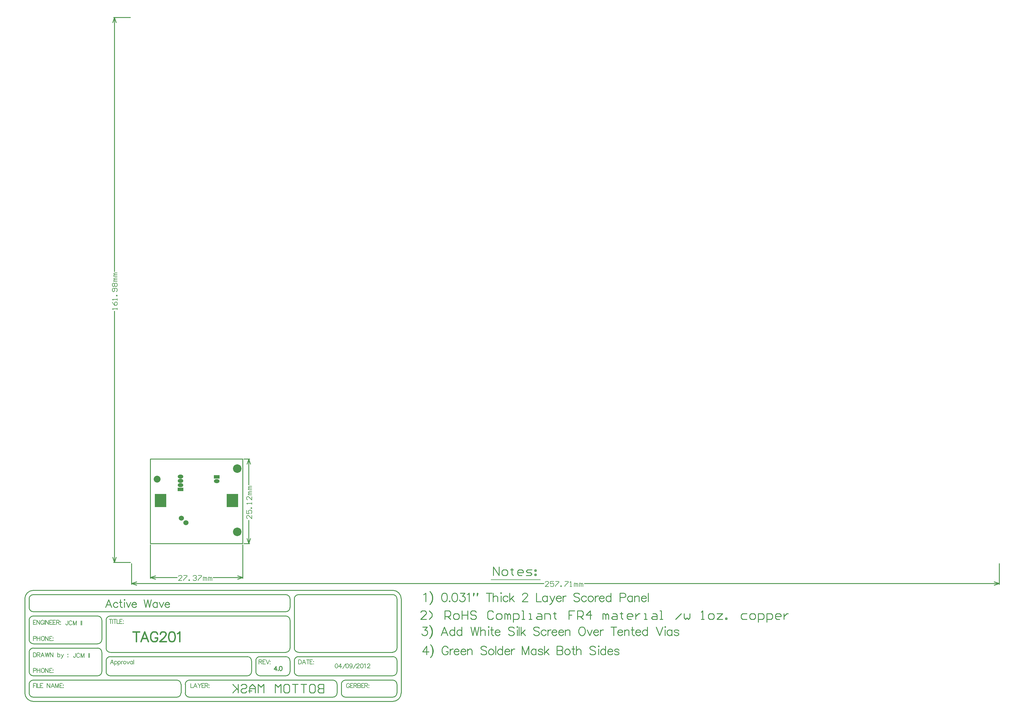
<source format=gbs>
%FSLAX25Y25*%
%MOIN*%
G70*
G01*
G75*
G04 Layer_Color=16711935*
%ADD10R,0.03000X0.03000*%
%ADD11R,0.03000X0.03000*%
%ADD12R,0.01550X0.05000*%
%ADD13C,0.05000*%
%ADD14R,0.03937X0.07087*%
G04:AMPARAMS|DCode=15|XSize=25.59mil|YSize=9.84mil|CornerRadius=2.46mil|HoleSize=0mil|Usage=FLASHONLY|Rotation=0.000|XOffset=0mil|YOffset=0mil|HoleType=Round|Shape=RoundedRectangle|*
%AMROUNDEDRECTD15*
21,1,0.02559,0.00492,0,0,0.0*
21,1,0.02067,0.00984,0,0,0.0*
1,1,0.00492,0.01034,-0.00246*
1,1,0.00492,-0.01034,-0.00246*
1,1,0.00492,-0.01034,0.00246*
1,1,0.00492,0.01034,0.00246*
%
%ADD15ROUNDEDRECTD15*%
G04:AMPARAMS|DCode=16|XSize=25.59mil|YSize=9.84mil|CornerRadius=2.46mil|HoleSize=0mil|Usage=FLASHONLY|Rotation=90.000|XOffset=0mil|YOffset=0mil|HoleType=Round|Shape=RoundedRectangle|*
%AMROUNDEDRECTD16*
21,1,0.02559,0.00492,0,0,90.0*
21,1,0.02067,0.00984,0,0,90.0*
1,1,0.00492,0.00246,0.01034*
1,1,0.00492,0.00246,-0.01034*
1,1,0.00492,-0.00246,-0.01034*
1,1,0.00492,-0.00246,0.01034*
%
%ADD16ROUNDEDRECTD16*%
G04:AMPARAMS|DCode=17|XSize=25.59mil|YSize=9.84mil|CornerRadius=0mil|HoleSize=0mil|Usage=FLASHONLY|Rotation=90.000|XOffset=0mil|YOffset=0mil|HoleType=Round|Shape=Octagon|*
%AMOCTAGOND17*
4,1,8,0.00246,0.01280,-0.00246,0.01280,-0.00492,0.01034,-0.00492,-0.01034,-0.00246,-0.01280,0.00246,-0.01280,0.00492,-0.01034,0.00492,0.01034,0.00246,0.01280,0.0*
%
%ADD17OCTAGOND17*%

G04:AMPARAMS|DCode=18|XSize=25.59mil|YSize=9.84mil|CornerRadius=0mil|HoleSize=0mil|Usage=FLASHONLY|Rotation=180.000|XOffset=0mil|YOffset=0mil|HoleType=Round|Shape=Octagon|*
%AMOCTAGOND18*
4,1,8,-0.01280,0.00246,-0.01280,-0.00246,-0.01034,-0.00492,0.01034,-0.00492,0.01280,-0.00246,0.01280,0.00246,0.01034,0.00492,-0.01034,0.00492,-0.01280,0.00246,0.0*
%
%ADD18OCTAGOND18*%

%ADD19C,0.01200*%
%ADD20C,0.02000*%
%ADD21C,0.00800*%
%ADD22C,0.01000*%
%ADD23C,0.00600*%
%ADD24C,0.00900*%
%ADD25C,0.00500*%
%ADD26C,0.01500*%
%ADD27C,0.05200*%
%ADD28R,0.06200X0.04000*%
%ADD29O,0.06200X0.04000*%
%ADD30C,0.02600*%
%ADD31C,0.09200*%
%ADD32C,0.06000*%
%ADD33R,0.13000X0.15000*%
%ADD34C,0.00504*%
%ADD35C,0.07000*%
%ADD36R,0.03800X0.03800*%
%ADD37R,0.03800X0.03800*%
%ADD38R,0.01850X0.05300*%
%ADD39C,0.05800*%
%ADD40R,0.04737X0.07887*%
G04:AMPARAMS|DCode=41|XSize=29.59mil|YSize=13.84mil|CornerRadius=3.46mil|HoleSize=0mil|Usage=FLASHONLY|Rotation=0.000|XOffset=0mil|YOffset=0mil|HoleType=Round|Shape=RoundedRectangle|*
%AMROUNDEDRECTD41*
21,1,0.02959,0.00692,0,0,0.0*
21,1,0.02267,0.01384,0,0,0.0*
1,1,0.00692,0.01134,-0.00346*
1,1,0.00692,-0.01134,-0.00346*
1,1,0.00692,-0.01134,0.00346*
1,1,0.00692,0.01134,0.00346*
%
%ADD41ROUNDEDRECTD41*%
G04:AMPARAMS|DCode=42|XSize=29.59mil|YSize=13.84mil|CornerRadius=3.46mil|HoleSize=0mil|Usage=FLASHONLY|Rotation=90.000|XOffset=0mil|YOffset=0mil|HoleType=Round|Shape=RoundedRectangle|*
%AMROUNDEDRECTD42*
21,1,0.02959,0.00692,0,0,90.0*
21,1,0.02267,0.01384,0,0,90.0*
1,1,0.00692,0.00346,0.01134*
1,1,0.00692,0.00346,-0.01134*
1,1,0.00692,-0.00346,-0.01134*
1,1,0.00692,-0.00346,0.01134*
%
%ADD42ROUNDEDRECTD42*%
G04:AMPARAMS|DCode=43|XSize=29.59mil|YSize=13.84mil|CornerRadius=0mil|HoleSize=0mil|Usage=FLASHONLY|Rotation=90.000|XOffset=0mil|YOffset=0mil|HoleType=Round|Shape=Octagon|*
%AMOCTAGOND43*
4,1,8,0.00346,0.01480,-0.00346,0.01480,-0.00692,0.01134,-0.00692,-0.01134,-0.00346,-0.01480,0.00346,-0.01480,0.00692,-0.01134,0.00692,0.01134,0.00346,0.01480,0.0*
%
%ADD43OCTAGOND43*%

G04:AMPARAMS|DCode=44|XSize=29.59mil|YSize=13.84mil|CornerRadius=0mil|HoleSize=0mil|Usage=FLASHONLY|Rotation=180.000|XOffset=0mil|YOffset=0mil|HoleType=Round|Shape=Octagon|*
%AMOCTAGOND44*
4,1,8,-0.01480,0.00346,-0.01480,-0.00346,-0.01134,-0.00692,0.01134,-0.00692,0.01480,-0.00346,0.01480,0.00346,0.01134,0.00692,-0.01134,0.00692,-0.01480,0.00346,0.0*
%
%ADD44OCTAGOND44*%

%ADD45R,0.06600X0.04400*%
%ADD46O,0.06600X0.04400*%
%ADD47C,0.08000*%
%ADD48C,0.10000*%
%ADD49R,0.13800X0.15800*%
D21*
X-96520Y-90501D02*
Y-94310D01*
X-96758Y-95024D01*
X-96996Y-95262D01*
X-97472Y-95500D01*
X-97948D01*
X-98424Y-95262D01*
X-98662Y-95024D01*
X-98900Y-94310D01*
Y-93834D01*
X-91663Y-91691D02*
X-91901Y-91215D01*
X-92378Y-90739D01*
X-92854Y-90501D01*
X-93806D01*
X-94282Y-90739D01*
X-94758Y-91215D01*
X-94996Y-91691D01*
X-95234Y-92405D01*
Y-93596D01*
X-94996Y-94310D01*
X-94758Y-94786D01*
X-94282Y-95262D01*
X-93806Y-95500D01*
X-92854D01*
X-92378Y-95262D01*
X-91901Y-94786D01*
X-91663Y-94310D01*
X-90259Y-90501D02*
Y-95500D01*
Y-90501D02*
X-88355Y-95500D01*
X-86450Y-90501D02*
X-88355Y-95500D01*
X-86450Y-90501D02*
Y-95500D01*
X-81094Y-90501D02*
Y-95500D01*
X-80047Y-90501D02*
Y-95500D01*
X-87520Y-128501D02*
Y-132310D01*
X-87758Y-133024D01*
X-87996Y-133262D01*
X-88472Y-133500D01*
X-88948D01*
X-89424Y-133262D01*
X-89662Y-133024D01*
X-89900Y-132310D01*
Y-131834D01*
X-82664Y-129691D02*
X-82902Y-129215D01*
X-83378Y-128739D01*
X-83854Y-128501D01*
X-84806D01*
X-85282Y-128739D01*
X-85758Y-129215D01*
X-85996Y-129691D01*
X-86234Y-130405D01*
Y-131596D01*
X-85996Y-132310D01*
X-85758Y-132786D01*
X-85282Y-133262D01*
X-84806Y-133500D01*
X-83854D01*
X-83378Y-133262D01*
X-82902Y-132786D01*
X-82664Y-132310D01*
X-81259Y-128501D02*
Y-133500D01*
Y-128501D02*
X-79355Y-133500D01*
X-77450Y-128501D02*
X-79355Y-133500D01*
X-77450Y-128501D02*
Y-133500D01*
X-72094Y-128501D02*
Y-133500D01*
X-71047Y-128501D02*
Y-133500D01*
X217303Y-140947D02*
X216589Y-141185D01*
X216113Y-141900D01*
X215875Y-143090D01*
Y-143804D01*
X216113Y-144994D01*
X216589Y-145708D01*
X217303Y-145946D01*
X217779D01*
X218493Y-145708D01*
X218969Y-144994D01*
X219207Y-143804D01*
Y-143090D01*
X218969Y-141900D01*
X218493Y-141185D01*
X217779Y-140947D01*
X217303D01*
X222707D02*
X220326Y-144280D01*
X223897D01*
X222707Y-140947D02*
Y-145946D01*
X224778Y-146660D02*
X228110Y-140947D01*
X229872D02*
X229157Y-141185D01*
X228681Y-141900D01*
X228443Y-143090D01*
Y-143804D01*
X228681Y-144994D01*
X229157Y-145708D01*
X229872Y-145946D01*
X230348D01*
X231062Y-145708D01*
X231538Y-144994D01*
X231776Y-143804D01*
Y-143090D01*
X231538Y-141900D01*
X231062Y-141185D01*
X230348Y-140947D01*
X229872D01*
X235989Y-142614D02*
X235751Y-143328D01*
X235275Y-143804D01*
X234561Y-144042D01*
X234323D01*
X233609Y-143804D01*
X233133Y-143328D01*
X232895Y-142614D01*
Y-142376D01*
X233133Y-141661D01*
X233609Y-141185D01*
X234323Y-140947D01*
X234561D01*
X235275Y-141185D01*
X235751Y-141661D01*
X235989Y-142614D01*
Y-143804D01*
X235751Y-144994D01*
X235275Y-145708D01*
X234561Y-145946D01*
X234085D01*
X233371Y-145708D01*
X233133Y-145232D01*
X237346Y-146660D02*
X240679Y-140947D01*
X241250Y-142138D02*
Y-141900D01*
X241488Y-141423D01*
X241726Y-141185D01*
X242202Y-140947D01*
X243155D01*
X243631Y-141185D01*
X243869Y-141423D01*
X244107Y-141900D01*
Y-142376D01*
X243869Y-142852D01*
X243392Y-143566D01*
X241012Y-145946D01*
X244345D01*
X246892Y-140947D02*
X246178Y-141185D01*
X245702Y-141900D01*
X245463Y-143090D01*
Y-143804D01*
X245702Y-144994D01*
X246178Y-145708D01*
X246892Y-145946D01*
X247368D01*
X248082Y-145708D01*
X248558Y-144994D01*
X248796Y-143804D01*
Y-143090D01*
X248558Y-141900D01*
X248082Y-141185D01*
X247368Y-140947D01*
X246892D01*
X249915Y-141900D02*
X250391Y-141661D01*
X251105Y-140947D01*
Y-145946D01*
X253819Y-142138D02*
Y-141900D01*
X254057Y-141423D01*
X254295Y-141185D01*
X254771Y-140947D01*
X255723D01*
X256199Y-141185D01*
X256437Y-141423D01*
X256675Y-141900D01*
Y-142376D01*
X256437Y-142852D01*
X255961Y-143566D01*
X253581Y-145946D01*
X256913D01*
X398372Y-42569D02*
X455872D01*
D22*
X202700Y-165003D02*
Y-175000D01*
X197702D01*
X196036Y-173334D01*
Y-171668D01*
X197702Y-170002D01*
X202700D01*
X197702D01*
X196036Y-168335D01*
Y-166669D01*
X197702Y-165003D01*
X202700D01*
X187705D02*
X191037D01*
X192703Y-166669D01*
Y-173334D01*
X191037Y-175000D01*
X187705D01*
X186039Y-173334D01*
Y-166669D01*
X187705Y-165003D01*
X182706D02*
X176042D01*
X179374D01*
Y-175000D01*
X172710Y-165003D02*
X166045D01*
X169377D01*
Y-175000D01*
X157714Y-165003D02*
X161047D01*
X162713Y-166669D01*
Y-173334D01*
X161047Y-175000D01*
X157714D01*
X156048Y-173334D01*
Y-166669D01*
X157714Y-165003D01*
X152716Y-175000D02*
Y-165003D01*
X149384Y-168335D01*
X146052Y-165003D01*
Y-175000D01*
X132723D02*
Y-165003D01*
X129390Y-168335D01*
X126058Y-165003D01*
Y-175000D01*
X122726D02*
Y-168335D01*
X119394Y-165003D01*
X116061Y-168335D01*
Y-175000D01*
Y-170002D01*
X122726D01*
X106065Y-166669D02*
X107731Y-165003D01*
X111063D01*
X112729Y-166669D01*
Y-168335D01*
X111063Y-170002D01*
X107731D01*
X106065Y-171668D01*
Y-173334D01*
X107731Y-175000D01*
X111063D01*
X112729Y-173334D01*
X102732Y-165003D02*
Y-175000D01*
Y-171668D01*
X96068Y-165003D01*
X101066Y-170002D01*
X96068Y-175000D01*
X107753Y-40800D02*
Y-1600D01*
X0Y-40800D02*
Y-1600D01*
X73370Y-39800D02*
X107753D01*
X0D02*
X31183D01*
X101753Y-37800D02*
X107753Y-39800D01*
X101753Y-41800D02*
X107753Y-39800D01*
X0D02*
X6000Y-41800D01*
X0Y-39800D02*
X6000Y-37800D01*
X109253Y98803D02*
X115900D01*
X109253Y-100D02*
X115900D01*
X114900Y68345D02*
Y98803D01*
Y-100D02*
Y27158D01*
X112900Y92803D02*
X114900Y98803D01*
X116900Y92803D01*
X114900Y-100D02*
X116900Y5900D01*
X112900D02*
X114900Y-100D01*
X992400Y-47900D02*
Y-23550D01*
X-22200Y-47900D02*
Y-23550D01*
X507093Y-46900D02*
X992400D01*
X-22200D02*
X459907D01*
X986400Y-44900D02*
X992400Y-46900D01*
X986400Y-48900D02*
X992400Y-46900D01*
X-22200D02*
X-16200Y-48900D01*
X-22200Y-46900D02*
X-16200Y-44900D01*
X-43200Y615433D02*
X-23403D01*
X-43200Y-22300D02*
X-23450D01*
X-42200Y318059D02*
Y615433D01*
Y-22300D02*
Y271873D01*
X-44200Y609433D02*
X-42200Y615433D01*
X-40200Y609433D01*
X-42200Y-22300D02*
X-40200Y-16300D01*
X-44200D02*
X-42200Y-22300D01*
X0Y-100D02*
X107753D01*
X0Y-100D02*
Y98800D01*
X114695Y-172498D02*
X118632D01*
X107753Y-100D02*
Y98803D01*
X0D02*
X107753D01*
X283240Y-185014D02*
G03*
X293240Y-175014I0J10000D01*
G01*
X283240Y-180014D02*
G03*
X288240Y-175014I0J5000D01*
G01*
X35740Y-165014D02*
G03*
X30740Y-160014I-5000J0D01*
G01*
X30856Y-180014D02*
G03*
X35738Y-175047I84J4800D01*
G01*
X45740Y-160014D02*
G03*
X40740Y-165014I0J-5000D01*
G01*
Y-175014D02*
G03*
X45652Y-180013I5000J0D01*
G01*
X218240Y-165014D02*
G03*
X213240Y-160014I-5000J0D01*
G01*
X213356Y-180014D02*
G03*
X218238Y-175047I84J4800D01*
G01*
X223240Y-175114D02*
G03*
X228225Y-180013I4900J0D01*
G01*
X228240Y-160014D02*
G03*
X223240Y-165014I0J-5000D01*
G01*
X-56760Y-89914D02*
G03*
X-61660Y-85014I-4900J0D01*
G01*
X-61560Y-117514D02*
G03*
X-56760Y-112714I0J4800D01*
G01*
Y-127414D02*
G03*
X-61831Y-122517I-4900J0D01*
G01*
X-51760Y-122614D02*
G03*
X-46860Y-127514I4900J0D01*
G01*
X-51760Y-150114D02*
G03*
X-46860Y-155014I4900J0D01*
G01*
X-61660D02*
G03*
X-56760Y-150114I0J4900D01*
G01*
X118240Y-137414D02*
G03*
X113340Y-132514I-4900J0D01*
G01*
Y-155014D02*
G03*
X118239Y-150029I0J4900D01*
G01*
X123240Y-149914D02*
G03*
X128251Y-155013I5100J0D01*
G01*
X128040Y-132514D02*
G03*
X123246Y-137565I0J-4800D01*
G01*
X-46760Y-132514D02*
G03*
X-51760Y-137514I0J-5000D01*
G01*
X-46760Y-85014D02*
G03*
X-51760Y-90014I0J-5000D01*
G01*
X-141760Y-150014D02*
G03*
X-136848Y-155013I5000J0D01*
G01*
X-136760Y-122514D02*
G03*
X-141760Y-127514I0J-5000D01*
G01*
Y-112514D02*
G03*
X-136760Y-117514I5000J0D01*
G01*
Y-85014D02*
G03*
X-141760Y-90014I0J-5000D01*
G01*
Y-75014D02*
G03*
X-136760Y-80014I5000J0D01*
G01*
Y-60014D02*
G03*
X-141760Y-65014I0J-5000D01*
G01*
X163240Y-65014D02*
G03*
X158240Y-60014I-5000J0D01*
G01*
X173240Y-60014D02*
G03*
X168240Y-65014I0J-5000D01*
G01*
X158240Y-80014D02*
G03*
X163240Y-75014I0J5000D01*
G01*
Y-90014D02*
G03*
X158240Y-85014I-5000J0D01*
G01*
X-136760Y-160014D02*
G03*
X-141760Y-165014I0J-5000D01*
G01*
X158327Y-127514D02*
G03*
X163241Y-122514I-87J5000D01*
G01*
X-141760Y-175014D02*
G03*
X-136848Y-180013I5000J0D01*
G01*
X163240Y-137414D02*
G03*
X158340Y-132514I-4900J0D01*
G01*
X168240Y-150114D02*
G03*
X173225Y-155013I4900J0D01*
G01*
X158240Y-155014D02*
G03*
X163240Y-150014I0J5000D01*
G01*
X288240Y-164927D02*
G03*
X283240Y-160013I-5000J-87D01*
G01*
X283306Y-154940D02*
G03*
X288306Y-149940I0J5000D01*
G01*
X288238Y-64857D02*
G03*
X283167Y-59960I-4900J0D01*
G01*
X293238Y-64957D02*
G03*
X283238Y-54957I-10000J0D01*
G01*
X-146760Y-174914D02*
G03*
X-136837Y-185012I10100J0D01*
G01*
X-136760Y-55014D02*
G03*
X-146760Y-65014I0J-10000D01*
G01*
X168240Y-122514D02*
G03*
X173240Y-127514I5000J0D01*
G01*
X283306Y-127440D02*
G03*
X288306Y-122440I0J5000D01*
G01*
X173240Y-132514D02*
G03*
X168240Y-137514I0J-5000D01*
G01*
X288306Y-137340D02*
G03*
X283406Y-132440I-4900J0D01*
G01*
X288240Y-175014D02*
Y-165014D01*
X-136760Y-55014D02*
X283240D01*
X288306Y-149940D02*
Y-137340D01*
X168240Y-150014D02*
Y-137514D01*
X288240Y-122514D02*
Y-65014D01*
X168240Y-122514D02*
Y-65014D01*
X-146760Y-175014D02*
Y-65014D01*
X-141760Y-175014D02*
Y-165014D01*
X163240Y-150014D02*
Y-137514D01*
X123240Y-150014D02*
Y-137514D01*
X-51760Y-150014D02*
Y-137514D01*
X118240Y-150014D02*
Y-137514D01*
X-51760Y-122514D02*
Y-90014D01*
X163240Y-122514D02*
Y-90014D01*
Y-75014D02*
Y-65014D01*
X-141760Y-75014D02*
Y-65014D01*
X-56760Y-112514D02*
Y-90014D01*
X-141760Y-112514D02*
Y-90014D01*
X-56760Y-150014D02*
Y-127514D01*
X-141760Y-150014D02*
Y-127514D01*
X293240Y-175014D02*
Y-65014D01*
X223240Y-175014D02*
Y-165014D01*
X218240Y-175014D02*
Y-165014D01*
X40740Y-175014D02*
Y-165014D01*
X35740Y-175014D02*
Y-165014D01*
X173240Y-132514D02*
X283240D01*
X173240Y-127514D02*
X283240D01*
X-46760D02*
X158240D01*
X173240Y-60014D02*
X283240D01*
X173240Y-155014D02*
X283240D01*
X128240Y-132514D02*
X158240D01*
X128240Y-155014D02*
X158240D01*
X-46760D02*
X113240D01*
X-46760Y-132514D02*
X113240D01*
X-46760Y-85014D02*
X158240D01*
X-136760Y-80014D02*
X158240D01*
X-136760Y-85014D02*
X-61760D01*
X-136760Y-117514D02*
X-61760D01*
X-136760Y-122514D02*
X-61760D01*
X-136760Y-155014D02*
X-61760D01*
X-136760Y-185014D02*
X283240D01*
X-136760Y-60014D02*
X158240D01*
X228240Y-160014D02*
X283240D01*
X228240Y-180014D02*
X283240D01*
X45740Y-160014D02*
X213240D01*
X-136760D02*
X30740D01*
X-136760Y-180014D02*
X30740D01*
X45740Y-180014D02*
X213240D01*
X322463Y-88942D02*
X315798D01*
X322463Y-82278D01*
Y-80612D01*
X320797Y-78946D01*
X317465D01*
X315798Y-80612D01*
X325795Y-88942D02*
X329128Y-85610D01*
Y-82278D01*
X325795Y-78946D01*
X344123Y-88942D02*
Y-78946D01*
X349121D01*
X350787Y-80612D01*
Y-83944D01*
X349121Y-85610D01*
X344123D01*
X347455D02*
X350787Y-88942D01*
X355785D02*
X359118D01*
X360784Y-87276D01*
Y-83944D01*
X359118Y-82278D01*
X355785D01*
X354119Y-83944D01*
Y-87276D01*
X355785Y-88942D01*
X364116Y-78946D02*
Y-88942D01*
Y-83944D01*
X370781D01*
Y-78946D01*
Y-88942D01*
X380777Y-80612D02*
X379111Y-78946D01*
X375779D01*
X374113Y-80612D01*
Y-82278D01*
X375779Y-83944D01*
X379111D01*
X380777Y-85610D01*
Y-87276D01*
X379111Y-88942D01*
X375779D01*
X374113Y-87276D01*
X400771Y-80612D02*
X399105Y-78946D01*
X395773D01*
X394107Y-80612D01*
Y-87276D01*
X395773Y-88942D01*
X399105D01*
X400771Y-87276D01*
X405769Y-88942D02*
X409102D01*
X410768Y-87276D01*
Y-83944D01*
X409102Y-82278D01*
X405769D01*
X404103Y-83944D01*
Y-87276D01*
X405769Y-88942D01*
X414100D02*
Y-82278D01*
X415766D01*
X417432Y-83944D01*
Y-88942D01*
Y-83944D01*
X419098Y-82278D01*
X420764Y-83944D01*
Y-88942D01*
X424097Y-92275D02*
Y-82278D01*
X429095D01*
X430761Y-83944D01*
Y-87276D01*
X429095Y-88942D01*
X424097D01*
X434094D02*
X437426D01*
X435760D01*
Y-78946D01*
X434094D01*
X442424Y-88942D02*
X445756D01*
X444090D01*
Y-82278D01*
X442424D01*
X452421D02*
X455753D01*
X457419Y-83944D01*
Y-88942D01*
X452421D01*
X450755Y-87276D01*
X452421Y-85610D01*
X457419D01*
X460752Y-88942D02*
Y-82278D01*
X465750D01*
X467416Y-83944D01*
Y-88942D01*
X472414Y-80612D02*
Y-82278D01*
X470748D01*
X474081D01*
X472414D01*
Y-87276D01*
X474081Y-88942D01*
X495740Y-78946D02*
X489076D01*
Y-83944D01*
X492408D01*
X489076D01*
Y-88942D01*
X499073D02*
Y-78946D01*
X504071D01*
X505737Y-80612D01*
Y-83944D01*
X504071Y-85610D01*
X499073D01*
X502405D02*
X505737Y-88942D01*
X514068D02*
Y-78946D01*
X509069Y-83944D01*
X515734D01*
X529063Y-88942D02*
Y-82278D01*
X530729D01*
X532395Y-83944D01*
Y-88942D01*
Y-83944D01*
X534061Y-82278D01*
X535727Y-83944D01*
Y-88942D01*
X540726Y-82278D02*
X544058D01*
X545724Y-83944D01*
Y-88942D01*
X540726D01*
X539060Y-87276D01*
X540726Y-85610D01*
X545724D01*
X550723Y-80612D02*
Y-82278D01*
X549056D01*
X552389D01*
X550723D01*
Y-87276D01*
X552389Y-88942D01*
X562385D02*
X559053D01*
X557387Y-87276D01*
Y-83944D01*
X559053Y-82278D01*
X562385D01*
X564051Y-83944D01*
Y-85610D01*
X557387D01*
X567384Y-82278D02*
Y-88942D01*
Y-85610D01*
X569050Y-83944D01*
X570716Y-82278D01*
X572382D01*
X577381Y-88942D02*
X580713D01*
X579047D01*
Y-82278D01*
X577381D01*
X587377D02*
X590710D01*
X592376Y-83944D01*
Y-88942D01*
X587377D01*
X585711Y-87276D01*
X587377Y-85610D01*
X592376D01*
X595708Y-88942D02*
X599040D01*
X597374D01*
Y-78946D01*
X595708D01*
X614035Y-88942D02*
X620700Y-82278D01*
X624032D02*
Y-87276D01*
X625698Y-88942D01*
X627364Y-87276D01*
X629031Y-88942D01*
X630697Y-87276D01*
Y-82278D01*
X644026Y-88942D02*
X647358D01*
X645692D01*
Y-78946D01*
X644026Y-80612D01*
X654023Y-88942D02*
X657355D01*
X659021Y-87276D01*
Y-83944D01*
X657355Y-82278D01*
X654023D01*
X652356Y-83944D01*
Y-87276D01*
X654023Y-88942D01*
X662353Y-82278D02*
X669018D01*
X662353Y-88942D01*
X669018D01*
X672350D02*
Y-87276D01*
X674016D01*
Y-88942D01*
X672350D01*
X697342Y-82278D02*
X692343D01*
X690677Y-83944D01*
Y-87276D01*
X692343Y-88942D01*
X697342D01*
X702340D02*
X705672D01*
X707339Y-87276D01*
Y-83944D01*
X705672Y-82278D01*
X702340D01*
X700674Y-83944D01*
Y-87276D01*
X702340Y-88942D01*
X710671Y-92275D02*
Y-82278D01*
X715669D01*
X717335Y-83944D01*
Y-87276D01*
X715669Y-88942D01*
X710671D01*
X720668Y-92275D02*
Y-82278D01*
X725666D01*
X727332Y-83944D01*
Y-87276D01*
X725666Y-88942D01*
X720668D01*
X735663D02*
X732331D01*
X730664Y-87276D01*
Y-83944D01*
X732331Y-82278D01*
X735663D01*
X737329Y-83944D01*
Y-85610D01*
X730664D01*
X740661Y-82278D02*
Y-88942D01*
Y-85610D01*
X742327Y-83944D01*
X743993Y-82278D01*
X745659D01*
X318352Y-97802D02*
X323589D01*
X320733Y-101611D01*
X322161D01*
X323113Y-102087D01*
X323589Y-102563D01*
X324065Y-103991D01*
Y-104944D01*
X323589Y-106372D01*
X322637Y-107324D01*
X321209Y-107800D01*
X319780D01*
X318352Y-107324D01*
X317876Y-106848D01*
X317400Y-105896D01*
X326303Y-95898D02*
X327255Y-96850D01*
X328207Y-98278D01*
X329159Y-100183D01*
X329636Y-102563D01*
Y-104467D01*
X329159Y-106848D01*
X328207Y-108752D01*
X327255Y-110180D01*
X326303Y-111133D01*
X327255Y-96850D02*
X328207Y-98754D01*
X328683Y-100183D01*
X329159Y-102563D01*
Y-104467D01*
X328683Y-106848D01*
X328207Y-108276D01*
X327255Y-110180D01*
X347536Y-107800D02*
X343728Y-97802D01*
X339919Y-107800D01*
X341347Y-104467D02*
X346108D01*
X355582Y-97802D02*
Y-107800D01*
Y-102563D02*
X354630Y-101611D01*
X353678Y-101135D01*
X352250D01*
X351297Y-101611D01*
X350345Y-102563D01*
X349869Y-103991D01*
Y-104944D01*
X350345Y-106372D01*
X351297Y-107324D01*
X352250Y-107800D01*
X353678D01*
X354630Y-107324D01*
X355582Y-106372D01*
X363962Y-97802D02*
Y-107800D01*
Y-102563D02*
X363009Y-101611D01*
X362057Y-101135D01*
X360629D01*
X359677Y-101611D01*
X358724Y-102563D01*
X358248Y-103991D01*
Y-104944D01*
X358724Y-106372D01*
X359677Y-107324D01*
X360629Y-107800D01*
X362057D01*
X363009Y-107324D01*
X363962Y-106372D01*
X374483Y-97802D02*
X376864Y-107800D01*
X379244Y-97802D02*
X376864Y-107800D01*
X379244Y-97802D02*
X381624Y-107800D01*
X384005Y-97802D02*
X381624Y-107800D01*
X386004Y-97802D02*
Y-107800D01*
Y-103039D02*
X387433Y-101611D01*
X388385Y-101135D01*
X389813D01*
X390765Y-101611D01*
X391241Y-103039D01*
Y-107800D01*
X394812Y-97802D02*
X395288Y-98278D01*
X395764Y-97802D01*
X395288Y-97326D01*
X394812Y-97802D01*
X395288Y-101135D02*
Y-107800D01*
X398954Y-97802D02*
Y-105896D01*
X399430Y-107324D01*
X400382Y-107800D01*
X401334D01*
X397526Y-101135D02*
X400858D01*
X402763Y-103991D02*
X408476D01*
Y-103039D01*
X408000Y-102087D01*
X407523Y-101611D01*
X406571Y-101135D01*
X405143D01*
X404191Y-101611D01*
X403239Y-102563D01*
X402763Y-103991D01*
Y-104944D01*
X403239Y-106372D01*
X404191Y-107324D01*
X405143Y-107800D01*
X406571D01*
X407523Y-107324D01*
X408476Y-106372D01*
X425139Y-99230D02*
X424187Y-98278D01*
X422758Y-97802D01*
X420854D01*
X419426Y-98278D01*
X418474Y-99230D01*
Y-100183D01*
X418950Y-101135D01*
X419426Y-101611D01*
X420378Y-102087D01*
X423235Y-103039D01*
X424187Y-103515D01*
X424663Y-103991D01*
X425139Y-104944D01*
Y-106372D01*
X424187Y-107324D01*
X422758Y-107800D01*
X420854D01*
X419426Y-107324D01*
X418474Y-106372D01*
X428329Y-97802D02*
X428805Y-98278D01*
X429281Y-97802D01*
X428805Y-97326D01*
X428329Y-97802D01*
X428805Y-101135D02*
Y-107800D01*
X431042Y-97802D02*
Y-107800D01*
X433137Y-97802D02*
Y-107800D01*
X437898Y-101135D02*
X433137Y-105896D01*
X435041Y-103991D02*
X438374Y-107800D01*
X454466Y-99230D02*
X453514Y-98278D01*
X452085Y-97802D01*
X450181D01*
X448753Y-98278D01*
X447801Y-99230D01*
Y-100183D01*
X448277Y-101135D01*
X448753Y-101611D01*
X449705Y-102087D01*
X452562Y-103039D01*
X453514Y-103515D01*
X453990Y-103991D01*
X454466Y-104944D01*
Y-106372D01*
X453514Y-107324D01*
X452085Y-107800D01*
X450181D01*
X448753Y-107324D01*
X447801Y-106372D01*
X462417Y-102563D02*
X461464Y-101611D01*
X460512Y-101135D01*
X459084D01*
X458132Y-101611D01*
X457180Y-102563D01*
X456704Y-103991D01*
Y-104944D01*
X457180Y-106372D01*
X458132Y-107324D01*
X459084Y-107800D01*
X460512D01*
X461464Y-107324D01*
X462417Y-106372D01*
X464559Y-101135D02*
Y-107800D01*
Y-103991D02*
X465035Y-102563D01*
X465987Y-101611D01*
X466939Y-101135D01*
X468368D01*
X469272Y-103991D02*
X474985D01*
Y-103039D01*
X474509Y-102087D01*
X474033Y-101611D01*
X473081Y-101135D01*
X471653D01*
X470701Y-101611D01*
X469748Y-102563D01*
X469272Y-103991D01*
Y-104944D01*
X469748Y-106372D01*
X470701Y-107324D01*
X471653Y-107800D01*
X473081D01*
X474033Y-107324D01*
X474985Y-106372D01*
X477128Y-103991D02*
X482841D01*
Y-103039D01*
X482365Y-102087D01*
X481889Y-101611D01*
X480936Y-101135D01*
X479508D01*
X478556Y-101611D01*
X477604Y-102563D01*
X477128Y-103991D01*
Y-104944D01*
X477604Y-106372D01*
X478556Y-107324D01*
X479508Y-107800D01*
X480936D01*
X481889Y-107324D01*
X482841Y-106372D01*
X484983Y-101135D02*
Y-107800D01*
Y-103039D02*
X486411Y-101611D01*
X487364Y-101135D01*
X488792D01*
X489744Y-101611D01*
X490220Y-103039D01*
Y-107800D01*
X503551Y-97802D02*
X502598Y-98278D01*
X501646Y-99230D01*
X501170Y-100183D01*
X500694Y-101611D01*
Y-103991D01*
X501170Y-105420D01*
X501646Y-106372D01*
X502598Y-107324D01*
X503551Y-107800D01*
X505455D01*
X506407Y-107324D01*
X507359Y-106372D01*
X507835Y-105420D01*
X508312Y-103991D01*
Y-101611D01*
X507835Y-100183D01*
X507359Y-99230D01*
X506407Y-98278D01*
X505455Y-97802D01*
X503551D01*
X510644Y-101135D02*
X513501Y-107800D01*
X516357Y-101135D02*
X513501Y-107800D01*
X517976Y-103991D02*
X523689D01*
Y-103039D01*
X523213Y-102087D01*
X522737Y-101611D01*
X521785Y-101135D01*
X520357D01*
X519404Y-101611D01*
X518452Y-102563D01*
X517976Y-103991D01*
Y-104944D01*
X518452Y-106372D01*
X519404Y-107324D01*
X520357Y-107800D01*
X521785D01*
X522737Y-107324D01*
X523689Y-106372D01*
X525832Y-101135D02*
Y-107800D01*
Y-103991D02*
X526308Y-102563D01*
X527260Y-101611D01*
X528212Y-101135D01*
X529640D01*
X541733Y-97802D02*
Y-107800D01*
X538400Y-97802D02*
X545065D01*
X546256Y-103991D02*
X551969D01*
Y-103039D01*
X551493Y-102087D01*
X551017Y-101611D01*
X550064Y-101135D01*
X548636D01*
X547684Y-101611D01*
X546732Y-102563D01*
X546256Y-103991D01*
Y-104944D01*
X546732Y-106372D01*
X547684Y-107324D01*
X548636Y-107800D01*
X550064D01*
X551017Y-107324D01*
X551969Y-106372D01*
X554111Y-101135D02*
Y-107800D01*
Y-103039D02*
X555540Y-101611D01*
X556492Y-101135D01*
X557920D01*
X558872Y-101611D01*
X559348Y-103039D01*
Y-107800D01*
X563395Y-97802D02*
Y-105896D01*
X563871Y-107324D01*
X564823Y-107800D01*
X565775D01*
X561967Y-101135D02*
X565299D01*
X567204Y-103991D02*
X572917D01*
Y-103039D01*
X572441Y-102087D01*
X571965Y-101611D01*
X571012Y-101135D01*
X569584D01*
X568632Y-101611D01*
X567680Y-102563D01*
X567204Y-103991D01*
Y-104944D01*
X567680Y-106372D01*
X568632Y-107324D01*
X569584Y-107800D01*
X571012D01*
X571965Y-107324D01*
X572917Y-106372D01*
X580772Y-97802D02*
Y-107800D01*
Y-102563D02*
X579820Y-101611D01*
X578868Y-101135D01*
X577439D01*
X576487Y-101611D01*
X575535Y-102563D01*
X575059Y-103991D01*
Y-104944D01*
X575535Y-106372D01*
X576487Y-107324D01*
X577439Y-107800D01*
X578868D01*
X579820Y-107324D01*
X580772Y-106372D01*
X591294Y-97802D02*
X595102Y-107800D01*
X598911Y-97802D02*
X595102Y-107800D01*
X601149Y-97802D02*
X601625Y-98278D01*
X602101Y-97802D01*
X601625Y-97326D01*
X601149Y-97802D01*
X601625Y-101135D02*
Y-107800D01*
X609576Y-101135D02*
Y-107800D01*
Y-102563D02*
X608623Y-101611D01*
X607671Y-101135D01*
X606243D01*
X605291Y-101611D01*
X604339Y-102563D01*
X603862Y-103991D01*
Y-104944D01*
X604339Y-106372D01*
X605291Y-107324D01*
X606243Y-107800D01*
X607671D01*
X608623Y-107324D01*
X609576Y-106372D01*
X617479Y-102563D02*
X617002Y-101611D01*
X615574Y-101135D01*
X614146D01*
X612718Y-101611D01*
X612242Y-102563D01*
X612718Y-103515D01*
X613670Y-103991D01*
X616050Y-104467D01*
X617002Y-104944D01*
X617479Y-105896D01*
Y-106372D01*
X617002Y-107324D01*
X615574Y-107800D01*
X614146D01*
X612718Y-107324D01*
X612242Y-106372D01*
X319372Y-60042D02*
X320324Y-59566D01*
X321753Y-58138D01*
Y-68135D01*
X326704Y-56233D02*
X327656Y-57185D01*
X328608Y-58614D01*
X329560Y-60518D01*
X330037Y-62898D01*
Y-64803D01*
X329560Y-67183D01*
X328608Y-69087D01*
X327656Y-70516D01*
X326704Y-71468D01*
X327656Y-57185D02*
X328608Y-59090D01*
X329084Y-60518D01*
X329560Y-62898D01*
Y-64803D01*
X329084Y-67183D01*
X328608Y-68611D01*
X327656Y-70516D01*
X343177Y-58138D02*
X341748Y-58614D01*
X340796Y-60042D01*
X340320Y-62422D01*
Y-63850D01*
X340796Y-66231D01*
X341748Y-67659D01*
X343177Y-68135D01*
X344129D01*
X345557Y-67659D01*
X346509Y-66231D01*
X346985Y-63850D01*
Y-62422D01*
X346509Y-60042D01*
X345557Y-58614D01*
X344129Y-58138D01*
X343177D01*
X349699Y-67183D02*
X349223Y-67659D01*
X349699Y-68135D01*
X350175Y-67659D01*
X349699Y-67183D01*
X355222Y-58138D02*
X353793Y-58614D01*
X352841Y-60042D01*
X352365Y-62422D01*
Y-63850D01*
X352841Y-66231D01*
X353793Y-67659D01*
X355222Y-68135D01*
X356174D01*
X357602Y-67659D01*
X358554Y-66231D01*
X359030Y-63850D01*
Y-62422D01*
X358554Y-60042D01*
X357602Y-58614D01*
X356174Y-58138D01*
X355222D01*
X362220D02*
X367457D01*
X364601Y-61946D01*
X366029D01*
X366981Y-62422D01*
X367457Y-62898D01*
X367933Y-64327D01*
Y-65279D01*
X367457Y-66707D01*
X366505Y-67659D01*
X365077Y-68135D01*
X363648D01*
X362220Y-67659D01*
X361744Y-67183D01*
X361268Y-66231D01*
X370171Y-60042D02*
X371123Y-59566D01*
X372551Y-58138D01*
Y-68135D01*
X377979Y-58138D02*
X377503Y-58614D01*
Y-61470D01*
X377979Y-58614D02*
X377503Y-61470D01*
X377979Y-58138D02*
X378455Y-58614D01*
X377503Y-61470D01*
X382263Y-58138D02*
X381787Y-58614D01*
Y-61470D01*
X382263Y-58614D02*
X381787Y-61470D01*
X382263Y-58138D02*
X382740Y-58614D01*
X381787Y-61470D01*
X396022Y-58138D02*
Y-68135D01*
X392690Y-58138D02*
X399355D01*
X400545D02*
Y-68135D01*
Y-63374D02*
X401973Y-61946D01*
X402926Y-61470D01*
X404354D01*
X405306Y-61946D01*
X405782Y-63374D01*
Y-68135D01*
X409353Y-58138D02*
X409829Y-58614D01*
X410305Y-58138D01*
X409829Y-57661D01*
X409353Y-58138D01*
X409829Y-61470D02*
Y-68135D01*
X417780Y-62898D02*
X416827Y-61946D01*
X415875Y-61470D01*
X414447D01*
X413495Y-61946D01*
X412543Y-62898D01*
X412067Y-64327D01*
Y-65279D01*
X412543Y-66707D01*
X413495Y-67659D01*
X414447Y-68135D01*
X415875D01*
X416827Y-67659D01*
X417780Y-66707D01*
X419922Y-58138D02*
Y-68135D01*
X424683Y-61470D02*
X419922Y-66231D01*
X421826Y-64327D02*
X425159Y-68135D01*
X435062Y-60518D02*
Y-60042D01*
X435538Y-59090D01*
X436014Y-58614D01*
X436966Y-58138D01*
X438870D01*
X439823Y-58614D01*
X440299Y-59090D01*
X440775Y-60042D01*
Y-60994D01*
X440299Y-61946D01*
X439347Y-63374D01*
X434586Y-68135D01*
X441251D01*
X451344Y-58138D02*
Y-68135D01*
X457057D01*
X463865Y-61470D02*
Y-68135D01*
Y-62898D02*
X462913Y-61946D01*
X461961Y-61470D01*
X460532D01*
X459580Y-61946D01*
X458628Y-62898D01*
X458152Y-64327D01*
Y-65279D01*
X458628Y-66707D01*
X459580Y-67659D01*
X460532Y-68135D01*
X461961D01*
X462913Y-67659D01*
X463865Y-66707D01*
X467007Y-61470D02*
X469864Y-68135D01*
X472720Y-61470D02*
X469864Y-68135D01*
X468912Y-70040D01*
X467959Y-70992D01*
X467007Y-71468D01*
X466531D01*
X474387Y-64327D02*
X480100D01*
Y-63374D01*
X479624Y-62422D01*
X479147Y-61946D01*
X478195Y-61470D01*
X476767D01*
X475815Y-61946D01*
X474863Y-62898D01*
X474387Y-64327D01*
Y-65279D01*
X474863Y-66707D01*
X475815Y-67659D01*
X476767Y-68135D01*
X478195D01*
X479147Y-67659D01*
X480100Y-66707D01*
X482242Y-61470D02*
Y-68135D01*
Y-64327D02*
X482718Y-62898D01*
X483670Y-61946D01*
X484622Y-61470D01*
X486051D01*
X501476Y-59566D02*
X500524Y-58614D01*
X499096Y-58138D01*
X497191D01*
X495763Y-58614D01*
X494811Y-59566D01*
Y-60518D01*
X495287Y-61470D01*
X495763Y-61946D01*
X496715Y-62422D01*
X499572Y-63374D01*
X500524Y-63850D01*
X501000Y-64327D01*
X501476Y-65279D01*
Y-66707D01*
X500524Y-67659D01*
X499096Y-68135D01*
X497191D01*
X495763Y-67659D01*
X494811Y-66707D01*
X509427Y-62898D02*
X508474Y-61946D01*
X507522Y-61470D01*
X506094D01*
X505142Y-61946D01*
X504190Y-62898D01*
X503714Y-64327D01*
Y-65279D01*
X504190Y-66707D01*
X505142Y-67659D01*
X506094Y-68135D01*
X507522D01*
X508474Y-67659D01*
X509427Y-66707D01*
X513949Y-61470D02*
X512997Y-61946D01*
X512045Y-62898D01*
X511569Y-64327D01*
Y-65279D01*
X512045Y-66707D01*
X512997Y-67659D01*
X513949Y-68135D01*
X515378D01*
X516330Y-67659D01*
X517282Y-66707D01*
X517758Y-65279D01*
Y-64327D01*
X517282Y-62898D01*
X516330Y-61946D01*
X515378Y-61470D01*
X513949D01*
X519948D02*
Y-68135D01*
Y-64327D02*
X520424Y-62898D01*
X521377Y-61946D01*
X522329Y-61470D01*
X523757D01*
X524661Y-64327D02*
X530375D01*
Y-63374D01*
X529899Y-62422D01*
X529422Y-61946D01*
X528470Y-61470D01*
X527042D01*
X526090Y-61946D01*
X525138Y-62898D01*
X524661Y-64327D01*
Y-65279D01*
X525138Y-66707D01*
X526090Y-67659D01*
X527042Y-68135D01*
X528470D01*
X529422Y-67659D01*
X530375Y-66707D01*
X538230Y-58138D02*
Y-68135D01*
Y-62898D02*
X537278Y-61946D01*
X536326Y-61470D01*
X534898D01*
X533945Y-61946D01*
X532993Y-62898D01*
X532517Y-64327D01*
Y-65279D01*
X532993Y-66707D01*
X533945Y-67659D01*
X534898Y-68135D01*
X536326D01*
X537278Y-67659D01*
X538230Y-66707D01*
X548752Y-63374D02*
X553036D01*
X554465Y-62898D01*
X554941Y-62422D01*
X555417Y-61470D01*
Y-60042D01*
X554941Y-59090D01*
X554465Y-58614D01*
X553036Y-58138D01*
X548752D01*
Y-68135D01*
X563368Y-61470D02*
Y-68135D01*
Y-62898D02*
X562415Y-61946D01*
X561463Y-61470D01*
X560035D01*
X559083Y-61946D01*
X558131Y-62898D01*
X557654Y-64327D01*
Y-65279D01*
X558131Y-66707D01*
X559083Y-67659D01*
X560035Y-68135D01*
X561463D01*
X562415Y-67659D01*
X563368Y-66707D01*
X566034Y-61470D02*
Y-68135D01*
Y-63374D02*
X567462Y-61946D01*
X568414Y-61470D01*
X569842D01*
X570794Y-61946D01*
X571271Y-63374D01*
Y-68135D01*
X573889Y-64327D02*
X579602D01*
Y-63374D01*
X579126Y-62422D01*
X578650Y-61946D01*
X577698Y-61470D01*
X576269D01*
X575317Y-61946D01*
X574365Y-62898D01*
X573889Y-64327D01*
Y-65279D01*
X574365Y-66707D01*
X575317Y-67659D01*
X576269Y-68135D01*
X577698D01*
X578650Y-67659D01*
X579602Y-66707D01*
X581745Y-58138D02*
Y-68135D01*
X400874Y-37626D02*
Y-27629D01*
X407538Y-37626D01*
Y-27629D01*
X412537Y-37626D02*
X415869D01*
X417535Y-35960D01*
Y-32628D01*
X415869Y-30962D01*
X412537D01*
X410871Y-32628D01*
Y-35960D01*
X412537Y-37626D01*
X422533Y-29295D02*
Y-30962D01*
X420867D01*
X424199D01*
X422533D01*
Y-35960D01*
X424199Y-37626D01*
X434196D02*
X430864D01*
X429198Y-35960D01*
Y-32628D01*
X430864Y-30962D01*
X434196D01*
X435862Y-32628D01*
Y-34294D01*
X429198D01*
X439195Y-37626D02*
X444193D01*
X445859Y-35960D01*
X444193Y-34294D01*
X440861D01*
X439195Y-32628D01*
X440861Y-30962D01*
X445859D01*
X449192D02*
X450858D01*
Y-32628D01*
X449192D01*
Y-30962D01*
Y-35960D02*
X450858D01*
Y-37626D01*
X449192D01*
Y-35960D01*
X323027Y-120328D02*
X318266Y-126993D01*
X325408D01*
X323027Y-120328D02*
Y-130326D01*
X327169Y-118424D02*
X328121Y-119376D01*
X329073Y-120804D01*
X330026Y-122709D01*
X330502Y-125089D01*
Y-126993D01*
X330026Y-129374D01*
X329073Y-131278D01*
X328121Y-132706D01*
X327169Y-133659D01*
X328121Y-119376D02*
X329073Y-121280D01*
X329549Y-122709D01*
X330026Y-125089D01*
Y-126993D01*
X329549Y-129374D01*
X329073Y-130802D01*
X328121Y-132706D01*
X347926Y-122709D02*
X347450Y-121756D01*
X346498Y-120804D01*
X345546Y-120328D01*
X343642D01*
X342689Y-120804D01*
X341737Y-121756D01*
X341261Y-122709D01*
X340785Y-124137D01*
Y-126517D01*
X341261Y-127945D01*
X341737Y-128898D01*
X342689Y-129850D01*
X343642Y-130326D01*
X345546D01*
X346498Y-129850D01*
X347450Y-128898D01*
X347926Y-127945D01*
Y-126517D01*
X345546D02*
X347926D01*
X350212Y-123661D02*
Y-130326D01*
Y-126517D02*
X350688Y-125089D01*
X351640Y-124137D01*
X352592Y-123661D01*
X354020D01*
X354925Y-126517D02*
X360638D01*
Y-125565D01*
X360162Y-124613D01*
X359686Y-124137D01*
X358734Y-123661D01*
X357305D01*
X356353Y-124137D01*
X355401Y-125089D01*
X354925Y-126517D01*
Y-127470D01*
X355401Y-128898D01*
X356353Y-129850D01*
X357305Y-130326D01*
X358734D01*
X359686Y-129850D01*
X360638Y-128898D01*
X362780Y-126517D02*
X368494D01*
Y-125565D01*
X368017Y-124613D01*
X367541Y-124137D01*
X366589Y-123661D01*
X365161D01*
X364209Y-124137D01*
X363257Y-125089D01*
X362780Y-126517D01*
Y-127470D01*
X363257Y-128898D01*
X364209Y-129850D01*
X365161Y-130326D01*
X366589D01*
X367541Y-129850D01*
X368494Y-128898D01*
X370636Y-123661D02*
Y-130326D01*
Y-125565D02*
X372064Y-124137D01*
X373016Y-123661D01*
X374445D01*
X375397Y-124137D01*
X375873Y-125565D01*
Y-130326D01*
X393012Y-121756D02*
X392060Y-120804D01*
X390632Y-120328D01*
X388727D01*
X387299Y-120804D01*
X386347Y-121756D01*
Y-122709D01*
X386823Y-123661D01*
X387299Y-124137D01*
X388251Y-124613D01*
X391108Y-125565D01*
X392060Y-126041D01*
X392536Y-126517D01*
X393012Y-127470D01*
Y-128898D01*
X392060Y-129850D01*
X390632Y-130326D01*
X388727D01*
X387299Y-129850D01*
X386347Y-128898D01*
X397630Y-123661D02*
X396678Y-124137D01*
X395726Y-125089D01*
X395250Y-126517D01*
Y-127470D01*
X395726Y-128898D01*
X396678Y-129850D01*
X397630Y-130326D01*
X399058D01*
X400010Y-129850D01*
X400963Y-128898D01*
X401439Y-127470D01*
Y-126517D01*
X400963Y-125089D01*
X400010Y-124137D01*
X399058Y-123661D01*
X397630D01*
X403629Y-120328D02*
Y-130326D01*
X411437Y-120328D02*
Y-130326D01*
Y-125089D02*
X410485Y-124137D01*
X409532Y-123661D01*
X408104D01*
X407152Y-124137D01*
X406200Y-125089D01*
X405724Y-126517D01*
Y-127470D01*
X406200Y-128898D01*
X407152Y-129850D01*
X408104Y-130326D01*
X409532D01*
X410485Y-129850D01*
X411437Y-128898D01*
X414103Y-126517D02*
X419816D01*
Y-125565D01*
X419340Y-124613D01*
X418864Y-124137D01*
X417911Y-123661D01*
X416483D01*
X415531Y-124137D01*
X414579Y-125089D01*
X414103Y-126517D01*
Y-127470D01*
X414579Y-128898D01*
X415531Y-129850D01*
X416483Y-130326D01*
X417911D01*
X418864Y-129850D01*
X419816Y-128898D01*
X421958Y-123661D02*
Y-130326D01*
Y-126517D02*
X422434Y-125089D01*
X423386Y-124137D01*
X424339Y-123661D01*
X425767D01*
X434527Y-120328D02*
Y-130326D01*
Y-120328D02*
X438336Y-130326D01*
X442144Y-120328D02*
X438336Y-130326D01*
X442144Y-120328D02*
Y-130326D01*
X450714Y-123661D02*
Y-130326D01*
Y-125089D02*
X449762Y-124137D01*
X448810Y-123661D01*
X447381D01*
X446429Y-124137D01*
X445477Y-125089D01*
X445001Y-126517D01*
Y-127470D01*
X445477Y-128898D01*
X446429Y-129850D01*
X447381Y-130326D01*
X448810D01*
X449762Y-129850D01*
X450714Y-128898D01*
X458617Y-125089D02*
X458141Y-124137D01*
X456713Y-123661D01*
X455284D01*
X453856Y-124137D01*
X453380Y-125089D01*
X453856Y-126041D01*
X454808Y-126517D01*
X457189Y-126993D01*
X458141Y-127470D01*
X458617Y-128422D01*
Y-128898D01*
X458141Y-129850D01*
X456713Y-130326D01*
X455284D01*
X453856Y-129850D01*
X453380Y-128898D01*
X460712Y-120328D02*
Y-130326D01*
X465473Y-123661D02*
X460712Y-128422D01*
X462616Y-126517D02*
X465949Y-130326D01*
X475375Y-120328D02*
Y-130326D01*
Y-120328D02*
X479660D01*
X481088Y-120804D01*
X481565Y-121280D01*
X482041Y-122232D01*
Y-123185D01*
X481565Y-124137D01*
X481088Y-124613D01*
X479660Y-125089D01*
X475375D02*
X479660D01*
X481088Y-125565D01*
X481565Y-126041D01*
X482041Y-126993D01*
Y-128422D01*
X481565Y-129374D01*
X481088Y-129850D01*
X479660Y-130326D01*
X475375D01*
X486659Y-123661D02*
X485707Y-124137D01*
X484754Y-125089D01*
X484278Y-126517D01*
Y-127470D01*
X484754Y-128898D01*
X485707Y-129850D01*
X486659Y-130326D01*
X488087D01*
X489039Y-129850D01*
X489991Y-128898D01*
X490467Y-127470D01*
Y-126517D01*
X489991Y-125089D01*
X489039Y-124137D01*
X488087Y-123661D01*
X486659D01*
X494086Y-120328D02*
Y-128422D01*
X494562Y-129850D01*
X495514Y-130326D01*
X496466D01*
X492657Y-123661D02*
X495990D01*
X497894Y-120328D02*
Y-130326D01*
Y-125565D02*
X499323Y-124137D01*
X500275Y-123661D01*
X501703D01*
X502655Y-124137D01*
X503131Y-125565D01*
Y-130326D01*
X520270Y-121756D02*
X519318Y-120804D01*
X517890Y-120328D01*
X515986D01*
X514557Y-120804D01*
X513605Y-121756D01*
Y-122709D01*
X514081Y-123661D01*
X514557Y-124137D01*
X515510Y-124613D01*
X518366Y-125565D01*
X519318Y-126041D01*
X519794Y-126517D01*
X520270Y-127470D01*
Y-128898D01*
X519318Y-129850D01*
X517890Y-130326D01*
X515986D01*
X514557Y-129850D01*
X513605Y-128898D01*
X523460Y-120328D02*
X523936Y-120804D01*
X524412Y-120328D01*
X523936Y-119852D01*
X523460Y-120328D01*
X523936Y-123661D02*
Y-130326D01*
X531887Y-120328D02*
Y-130326D01*
Y-125089D02*
X530935Y-124137D01*
X529983Y-123661D01*
X528554D01*
X527602Y-124137D01*
X526650Y-125089D01*
X526174Y-126517D01*
Y-127470D01*
X526650Y-128898D01*
X527602Y-129850D01*
X528554Y-130326D01*
X529983D01*
X530935Y-129850D01*
X531887Y-128898D01*
X534553Y-126517D02*
X540266D01*
Y-125565D01*
X539790Y-124613D01*
X539314Y-124137D01*
X538362Y-123661D01*
X536934D01*
X535981Y-124137D01*
X535029Y-125089D01*
X534553Y-126517D01*
Y-127470D01*
X535029Y-128898D01*
X535981Y-129850D01*
X536934Y-130326D01*
X538362D01*
X539314Y-129850D01*
X540266Y-128898D01*
X547646Y-125089D02*
X547169Y-124137D01*
X545741Y-123661D01*
X544313D01*
X542885Y-124137D01*
X542409Y-125089D01*
X542885Y-126041D01*
X543837Y-126517D01*
X546217Y-126993D01*
X547169Y-127470D01*
X547646Y-128422D01*
Y-128898D01*
X547169Y-129850D01*
X545741Y-130326D01*
X544313D01*
X542885Y-129850D01*
X542409Y-128898D01*
D23*
X36781Y-43399D02*
X32783D01*
X36781Y-39400D01*
Y-38401D01*
X35782Y-37401D01*
X33783D01*
X32783Y-38401D01*
X38781Y-37401D02*
X42780D01*
Y-38401D01*
X38781Y-42399D01*
Y-43399D01*
X44779D02*
Y-42399D01*
X45779D01*
Y-43399D01*
X44779D01*
X49777Y-38401D02*
X50777Y-37401D01*
X52776D01*
X53776Y-38401D01*
Y-39400D01*
X52776Y-40400D01*
X51777D01*
X52776D01*
X53776Y-41400D01*
Y-42399D01*
X52776Y-43399D01*
X50777D01*
X49777Y-42399D01*
X55775Y-37401D02*
X59774D01*
Y-38401D01*
X55775Y-42399D01*
Y-43399D01*
X61773D02*
Y-39400D01*
X62773D01*
X63773Y-40400D01*
Y-43399D01*
Y-40400D01*
X64772Y-39400D01*
X65772Y-40400D01*
Y-43399D01*
X67772D02*
Y-39400D01*
X68771D01*
X69771Y-40400D01*
Y-43399D01*
Y-40400D01*
X70771Y-39400D01*
X71770Y-40400D01*
Y-43399D01*
X118499Y32756D02*
Y28758D01*
X114500Y32756D01*
X113501D01*
X112501Y31757D01*
Y29757D01*
X113501Y28758D01*
X112501Y38754D02*
Y34756D01*
X115500D01*
X114500Y36755D01*
Y37755D01*
X115500Y38754D01*
X117499D01*
X118499Y37755D01*
Y35755D01*
X117499Y34756D01*
X118499Y40754D02*
X117499D01*
Y41753D01*
X118499D01*
Y40754D01*
Y45752D02*
Y47752D01*
Y46752D01*
X112501D01*
X113501Y45752D01*
X118499Y54749D02*
Y50750D01*
X114500Y54749D01*
X113501D01*
X112501Y53750D01*
Y51750D01*
X113501Y50750D01*
X118499Y56749D02*
X114500D01*
Y57748D01*
X115500Y58748D01*
X118499D01*
X115500D01*
X114500Y59748D01*
X115500Y60747D01*
X118499D01*
Y62747D02*
X114500D01*
Y63746D01*
X115500Y64746D01*
X118499D01*
X115500D01*
X114500Y65746D01*
X115500Y66745D01*
X118499D01*
X465506Y-50499D02*
X461507D01*
X465506Y-46500D01*
Y-45501D01*
X464506Y-44501D01*
X462507D01*
X461507Y-45501D01*
X471504Y-44501D02*
X467505D01*
Y-47500D01*
X469504Y-46500D01*
X470504D01*
X471504Y-47500D01*
Y-49499D01*
X470504Y-50499D01*
X468505D01*
X467505Y-49499D01*
X473503Y-44501D02*
X477502D01*
Y-45501D01*
X473503Y-49499D01*
Y-50499D01*
X479501D02*
Y-49499D01*
X480501D01*
Y-50499D01*
X479501D01*
X484500Y-44501D02*
X488498D01*
Y-45501D01*
X484500Y-49499D01*
Y-50499D01*
X490498D02*
X492497D01*
X491497D01*
Y-44501D01*
X490498Y-45501D01*
X495496Y-50499D02*
Y-46500D01*
X496496D01*
X497496Y-47500D01*
Y-50499D01*
Y-47500D01*
X498495Y-46500D01*
X499495Y-47500D01*
Y-50499D01*
X501494D02*
Y-46500D01*
X502494D01*
X503493Y-47500D01*
Y-50499D01*
Y-47500D01*
X504493Y-46500D01*
X505493Y-47500D01*
Y-50499D01*
X-38601Y273473D02*
Y275473D01*
Y274473D01*
X-44599D01*
X-43599Y273473D01*
X-44599Y282470D02*
X-43599Y280471D01*
X-41600Y278472D01*
X-39601D01*
X-38601Y279471D01*
Y281471D01*
X-39601Y282470D01*
X-40600D01*
X-41600Y281471D01*
Y278472D01*
X-38601Y284470D02*
Y286469D01*
Y285469D01*
X-44599D01*
X-43599Y284470D01*
X-38601Y289468D02*
X-39601D01*
Y290468D01*
X-38601D01*
Y289468D01*
X-39601Y294466D02*
X-38601Y295466D01*
Y297465D01*
X-39601Y298465D01*
X-43599D01*
X-44599Y297465D01*
Y295466D01*
X-43599Y294466D01*
X-42600D01*
X-41600Y295466D01*
Y298465D01*
X-43599Y300465D02*
X-44599Y301464D01*
Y303464D01*
X-43599Y304463D01*
X-42600D01*
X-41600Y303464D01*
X-40600Y304463D01*
X-39601D01*
X-38601Y303464D01*
Y301464D01*
X-39601Y300465D01*
X-40600D01*
X-41600Y301464D01*
X-42600Y300465D01*
X-43599D01*
X-41600Y301464D02*
Y303464D01*
X-38601Y306463D02*
X-42600D01*
Y307462D01*
X-41600Y308462D01*
X-38601D01*
X-41600D01*
X-42600Y309462D01*
X-41600Y310461D01*
X-38601D01*
Y312461D02*
X-42600D01*
Y313460D01*
X-41600Y314460D01*
X-38601D01*
X-41600D01*
X-42600Y315460D01*
X-41600Y316459D01*
X-38601D01*
D24*
X146870Y-143765D02*
X144490Y-147098D01*
X148060D01*
X146870Y-143765D02*
Y-148764D01*
X149179Y-148288D02*
X148941Y-148526D01*
X149179Y-148764D01*
X149417Y-148526D01*
X149179Y-148288D01*
X151941Y-143765D02*
X151226Y-144003D01*
X150750Y-144717D01*
X150512Y-145908D01*
Y-146622D01*
X150750Y-147812D01*
X151226Y-148526D01*
X151941Y-148764D01*
X152417D01*
X153131Y-148526D01*
X153607Y-147812D01*
X153845Y-146622D01*
Y-145908D01*
X153607Y-144717D01*
X153131Y-144003D01*
X152417Y-143765D01*
X151941D01*
X-45444Y-75000D02*
X-48872Y-66002D01*
X-52300Y-75000D01*
X-51015Y-72001D02*
X-46730D01*
X-38203Y-70287D02*
X-39060Y-69430D01*
X-39917Y-69001D01*
X-41202D01*
X-42059Y-69430D01*
X-42916Y-70287D01*
X-43345Y-71572D01*
Y-72429D01*
X-42916Y-73715D01*
X-42059Y-74572D01*
X-41202Y-75000D01*
X-39917D01*
X-39060Y-74572D01*
X-38203Y-73715D01*
X-34989Y-66002D02*
Y-73286D01*
X-34561Y-74572D01*
X-33704Y-75000D01*
X-32847D01*
X-36275Y-69001D02*
X-33275D01*
X-30705Y-66002D02*
X-30276Y-66430D01*
X-29848Y-66002D01*
X-30276Y-65574D01*
X-30705Y-66002D01*
X-30276Y-69001D02*
Y-75000D01*
X-28262Y-69001D02*
X-25691Y-75000D01*
X-23121Y-69001D02*
X-25691Y-75000D01*
X-21664Y-71572D02*
X-16522D01*
Y-70715D01*
X-16950Y-69858D01*
X-17379Y-69430D01*
X-18236Y-69001D01*
X-19521D01*
X-20378Y-69430D01*
X-21235Y-70287D01*
X-21664Y-71572D01*
Y-72429D01*
X-21235Y-73715D01*
X-20378Y-74572D01*
X-19521Y-75000D01*
X-18236D01*
X-17379Y-74572D01*
X-16522Y-73715D01*
X-7524Y-66002D02*
X-5381Y-75000D01*
X-3239Y-66002D02*
X-5381Y-75000D01*
X-3239Y-66002D02*
X-1097Y-75000D01*
X1046Y-66002D02*
X-1097Y-75000D01*
X7987Y-69001D02*
Y-75000D01*
Y-70287D02*
X7130Y-69430D01*
X6273Y-69001D01*
X4988D01*
X4131Y-69430D01*
X3274Y-70287D01*
X2845Y-71572D01*
Y-72429D01*
X3274Y-73715D01*
X4131Y-74572D01*
X4988Y-75000D01*
X6273D01*
X7130Y-74572D01*
X7987Y-73715D01*
X10387Y-69001D02*
X12957Y-75000D01*
X15528Y-69001D02*
X12957Y-75000D01*
X16985Y-71572D02*
X22127D01*
Y-70715D01*
X21698Y-69858D01*
X21270Y-69430D01*
X20413Y-69001D01*
X19128D01*
X18271Y-69430D01*
X17414Y-70287D01*
X16985Y-71572D01*
Y-72429D01*
X17414Y-73715D01*
X18271Y-74572D01*
X19128Y-75000D01*
X20413D01*
X21270Y-74572D01*
X22127Y-73715D01*
D25*
X232810Y-165205D02*
X232572Y-164729D01*
X232096Y-164253D01*
X231620Y-164015D01*
X230668D01*
X230192Y-164253D01*
X229716Y-164729D01*
X229478Y-165205D01*
X229240Y-165919D01*
Y-167110D01*
X229478Y-167824D01*
X229716Y-168300D01*
X230192Y-168776D01*
X230668Y-169014D01*
X231620D01*
X232096Y-168776D01*
X232572Y-168300D01*
X232810Y-167824D01*
Y-167110D01*
X231620D02*
X232810D01*
X237048Y-164015D02*
X233953D01*
Y-169014D01*
X237048D01*
X233953Y-166396D02*
X235857D01*
X237881Y-164015D02*
Y-169014D01*
Y-164015D02*
X240023D01*
X240737Y-164253D01*
X240975Y-164491D01*
X241213Y-164967D01*
Y-165443D01*
X240975Y-165919D01*
X240737Y-166157D01*
X240023Y-166396D01*
X237881D01*
X239547D02*
X241213Y-169014D01*
X242332Y-164015D02*
Y-169014D01*
Y-164015D02*
X244474D01*
X245189Y-164253D01*
X245427Y-164491D01*
X245665Y-164967D01*
Y-165443D01*
X245427Y-165919D01*
X245189Y-166157D01*
X244474Y-166396D01*
X242332D02*
X244474D01*
X245189Y-166634D01*
X245427Y-166872D01*
X245665Y-167348D01*
Y-168062D01*
X245427Y-168538D01*
X245189Y-168776D01*
X244474Y-169014D01*
X242332D01*
X249878Y-164015D02*
X246783D01*
Y-169014D01*
X249878D01*
X246783Y-166396D02*
X248688D01*
X250711Y-164015D02*
Y-169014D01*
Y-164015D02*
X252854D01*
X253568Y-164253D01*
X253806Y-164491D01*
X254044Y-164967D01*
Y-165443D01*
X253806Y-165919D01*
X253568Y-166157D01*
X252854Y-166396D01*
X250711D01*
X252378D02*
X254044Y-169014D01*
X255401Y-165681D02*
X255163Y-165919D01*
X255401Y-166157D01*
X255639Y-165919D01*
X255401Y-165681D01*
Y-168538D02*
X255163Y-168776D01*
X255401Y-169014D01*
X255639Y-168776D01*
X255401Y-168538D01*
X-136760Y-164015D02*
Y-169014D01*
Y-164015D02*
X-133666D01*
X-136760Y-166396D02*
X-134856D01*
X-133095Y-164015D02*
Y-169014D01*
X-132047Y-164015D02*
Y-169014D01*
X-129191D01*
X-125549Y-164015D02*
X-128643D01*
Y-169014D01*
X-125549D01*
X-128643Y-166396D02*
X-126739D01*
X-120788Y-164015D02*
Y-169014D01*
Y-164015D02*
X-117455Y-169014D01*
Y-164015D02*
Y-169014D01*
X-112266D02*
X-114170Y-164015D01*
X-116074Y-169014D01*
X-115360Y-167348D02*
X-112980D01*
X-111099Y-164015D02*
Y-169014D01*
Y-164015D02*
X-109195Y-169014D01*
X-107290Y-164015D02*
X-109195Y-169014D01*
X-107290Y-164015D02*
Y-169014D01*
X-102768Y-164015D02*
X-105862D01*
Y-169014D01*
X-102768D01*
X-105862Y-166396D02*
X-103958D01*
X-101697Y-165681D02*
X-101935Y-165919D01*
X-101697Y-166157D01*
X-101459Y-165919D01*
X-101697Y-165681D01*
Y-168538D02*
X-101935Y-168776D01*
X-101697Y-169014D01*
X-101459Y-168776D01*
X-101697Y-168538D01*
X-136760Y-128015D02*
Y-133014D01*
Y-128015D02*
X-135094D01*
X-134380Y-128253D01*
X-133904Y-128729D01*
X-133666Y-129205D01*
X-133428Y-129920D01*
Y-131110D01*
X-133666Y-131824D01*
X-133904Y-132300D01*
X-134380Y-132776D01*
X-135094Y-133014D01*
X-136760D01*
X-132309Y-128015D02*
Y-133014D01*
Y-128015D02*
X-130166D01*
X-129452Y-128253D01*
X-129214Y-128491D01*
X-128976Y-128967D01*
Y-129443D01*
X-129214Y-129920D01*
X-129452Y-130157D01*
X-130166Y-130396D01*
X-132309D01*
X-130643D02*
X-128976Y-133014D01*
X-124049D02*
X-125953Y-128015D01*
X-127857Y-133014D01*
X-127143Y-131348D02*
X-124763D01*
X-122882Y-128015D02*
X-121692Y-133014D01*
X-120502Y-128015D02*
X-121692Y-133014D01*
X-120502Y-128015D02*
X-119312Y-133014D01*
X-118122Y-128015D02*
X-119312Y-133014D01*
X-117122Y-128015D02*
Y-133014D01*
Y-128015D02*
X-113789Y-133014D01*
Y-128015D02*
Y-133014D01*
X-108481Y-128015D02*
Y-133014D01*
Y-130396D02*
X-108005Y-129920D01*
X-107528Y-129681D01*
X-106814D01*
X-106338Y-129920D01*
X-105862Y-130396D01*
X-105624Y-131110D01*
Y-131586D01*
X-105862Y-132300D01*
X-106338Y-132776D01*
X-106814Y-133014D01*
X-107528D01*
X-108005Y-132776D01*
X-108481Y-132300D01*
X-104315Y-129681D02*
X-102887Y-133014D01*
X-101458Y-129681D02*
X-102887Y-133014D01*
X-103363Y-133966D01*
X-103839Y-134442D01*
X-104315Y-134680D01*
X-104553D01*
X-96460Y-129681D02*
X-96697Y-129920D01*
X-96460Y-130157D01*
X-96221Y-129920D01*
X-96460Y-129681D01*
Y-132538D02*
X-96697Y-132776D01*
X-96460Y-133014D01*
X-96221Y-132776D01*
X-96460Y-132538D01*
X-46344Y-88765D02*
Y-93764D01*
X-48010Y-88765D02*
X-44678D01*
X-44083D02*
Y-93764D01*
X-41369Y-88765D02*
Y-93764D01*
X-43035Y-88765D02*
X-39703D01*
X-39107D02*
Y-93764D01*
X-36251D01*
X-32609Y-88765D02*
X-35704D01*
Y-93764D01*
X-32609D01*
X-35704Y-91146D02*
X-33799D01*
X-31538Y-90431D02*
X-31776Y-90670D01*
X-31538Y-90908D01*
X-31300Y-90670D01*
X-31538Y-90431D01*
Y-93288D02*
X-31776Y-93526D01*
X-31538Y-93764D01*
X-31300Y-93526D01*
X-31538Y-93288D01*
X-42952Y-141264D02*
X-44856Y-136265D01*
X-46760Y-141264D01*
X-46046Y-139598D02*
X-43666D01*
X-41785Y-137931D02*
Y-142930D01*
Y-138646D02*
X-41309Y-138170D01*
X-40833Y-137931D01*
X-40119D01*
X-39643Y-138170D01*
X-39167Y-138646D01*
X-38929Y-139360D01*
Y-139836D01*
X-39167Y-140550D01*
X-39643Y-141026D01*
X-40119Y-141264D01*
X-40833D01*
X-41309Y-141026D01*
X-41785Y-140550D01*
X-37858Y-137931D02*
Y-142930D01*
Y-138646D02*
X-37382Y-138170D01*
X-36905Y-137931D01*
X-36191D01*
X-35715Y-138170D01*
X-35239Y-138646D01*
X-35001Y-139360D01*
Y-139836D01*
X-35239Y-140550D01*
X-35715Y-141026D01*
X-36191Y-141264D01*
X-36905D01*
X-37382Y-141026D01*
X-37858Y-140550D01*
X-33930Y-137931D02*
Y-141264D01*
Y-139360D02*
X-33692Y-138646D01*
X-33216Y-138170D01*
X-32740Y-137931D01*
X-32026D01*
X-30383D02*
X-30859Y-138170D01*
X-31335Y-138646D01*
X-31573Y-139360D01*
Y-139836D01*
X-31335Y-140550D01*
X-30859Y-141026D01*
X-30383Y-141264D01*
X-29669D01*
X-29193Y-141026D01*
X-28717Y-140550D01*
X-28479Y-139836D01*
Y-139360D01*
X-28717Y-138646D01*
X-29193Y-138170D01*
X-29669Y-137931D01*
X-30383D01*
X-27384D02*
X-25955Y-141264D01*
X-24527Y-137931D02*
X-25955Y-141264D01*
X-20861Y-137931D02*
Y-141264D01*
Y-138646D02*
X-21337Y-138170D01*
X-21813Y-137931D01*
X-22528D01*
X-23004Y-138170D01*
X-23480Y-138646D01*
X-23718Y-139360D01*
Y-139836D01*
X-23480Y-140550D01*
X-23004Y-141026D01*
X-22528Y-141264D01*
X-21813D01*
X-21337Y-141026D01*
X-20861Y-140550D01*
X-19528Y-136265D02*
Y-141264D01*
X-133666Y-90015D02*
X-136760D01*
Y-95014D01*
X-133666D01*
X-136760Y-92396D02*
X-134856D01*
X-132833Y-90015D02*
Y-95014D01*
Y-90015D02*
X-129500Y-95014D01*
Y-90015D02*
Y-95014D01*
X-124549Y-91205D02*
X-124787Y-90729D01*
X-125263Y-90253D01*
X-125739Y-90015D01*
X-126691D01*
X-127167Y-90253D01*
X-127643Y-90729D01*
X-127881Y-91205D01*
X-128119Y-91919D01*
Y-93110D01*
X-127881Y-93824D01*
X-127643Y-94300D01*
X-127167Y-94776D01*
X-126691Y-95014D01*
X-125739D01*
X-125263Y-94776D01*
X-124787Y-94300D01*
X-124549Y-93824D01*
Y-93110D01*
X-125739D02*
X-124549D01*
X-123406Y-90015D02*
Y-95014D01*
X-122359Y-90015D02*
Y-95014D01*
Y-90015D02*
X-119026Y-95014D01*
Y-90015D02*
Y-95014D01*
X-114551Y-90015D02*
X-117645D01*
Y-95014D01*
X-114551D01*
X-117645Y-92396D02*
X-115741D01*
X-110623Y-90015D02*
X-113718D01*
Y-95014D01*
X-110623D01*
X-113718Y-92396D02*
X-111813D01*
X-109790Y-90015D02*
Y-95014D01*
Y-90015D02*
X-107648D01*
X-106933Y-90253D01*
X-106695Y-90491D01*
X-106457Y-90967D01*
Y-91443D01*
X-106695Y-91919D01*
X-106933Y-92158D01*
X-107648Y-92396D01*
X-109790D01*
X-108124D02*
X-106457Y-95014D01*
X-105101Y-91681D02*
X-105339Y-91919D01*
X-105101Y-92158D01*
X-104862Y-91919D01*
X-105101Y-91681D01*
Y-94538D02*
X-105339Y-94776D01*
X-105101Y-95014D01*
X-104862Y-94776D01*
X-105101Y-94538D01*
X47240Y-164015D02*
Y-169014D01*
X50096D01*
X54452D02*
X52548Y-164015D01*
X50644Y-169014D01*
X51358Y-167348D02*
X53738D01*
X55619Y-164015D02*
X57523Y-166396D01*
Y-169014D01*
X59427Y-164015D02*
X57523Y-166396D01*
X63165Y-164015D02*
X60070D01*
Y-169014D01*
X63165D01*
X60070Y-166396D02*
X61975D01*
X63998Y-164015D02*
Y-169014D01*
Y-164015D02*
X66140D01*
X66854Y-164253D01*
X67093Y-164491D01*
X67330Y-164967D01*
Y-165443D01*
X67093Y-165919D01*
X66854Y-166157D01*
X66140Y-166396D01*
X63998D01*
X65664D02*
X67330Y-169014D01*
X68687Y-165681D02*
X68449Y-165919D01*
X68687Y-166157D01*
X68925Y-165919D01*
X68687Y-165681D01*
Y-168538D02*
X68449Y-168776D01*
X68687Y-169014D01*
X68925Y-168776D01*
X68687Y-168538D01*
X-136760Y-148884D02*
X-134618D01*
X-133904Y-148646D01*
X-133666Y-148407D01*
X-133428Y-147931D01*
Y-147217D01*
X-133666Y-146741D01*
X-133904Y-146503D01*
X-134618Y-146265D01*
X-136760D01*
Y-151264D01*
X-132309Y-146265D02*
Y-151264D01*
X-128976Y-146265D02*
Y-151264D01*
X-132309Y-148646D02*
X-128976D01*
X-126167Y-146265D02*
X-126644Y-146503D01*
X-127120Y-146979D01*
X-127358Y-147455D01*
X-127596Y-148170D01*
Y-149360D01*
X-127358Y-150074D01*
X-127120Y-150550D01*
X-126644Y-151026D01*
X-126167Y-151264D01*
X-125215D01*
X-124739Y-151026D01*
X-124263Y-150550D01*
X-124025Y-150074D01*
X-123787Y-149360D01*
Y-148170D01*
X-124025Y-147455D01*
X-124263Y-146979D01*
X-124739Y-146503D01*
X-125215Y-146265D01*
X-126167D01*
X-122621D02*
Y-151264D01*
Y-146265D02*
X-119288Y-151264D01*
Y-146265D02*
Y-151264D01*
X-114813Y-146265D02*
X-117907D01*
Y-151264D01*
X-114813D01*
X-117907Y-148646D02*
X-116003D01*
X-113742Y-147931D02*
X-113980Y-148170D01*
X-113742Y-148407D01*
X-113504Y-148170D01*
X-113742Y-147931D01*
Y-150788D02*
X-113980Y-151026D01*
X-113742Y-151264D01*
X-113504Y-151026D01*
X-113742Y-150788D01*
X-136760Y-111384D02*
X-134618D01*
X-133904Y-111146D01*
X-133666Y-110907D01*
X-133428Y-110431D01*
Y-109717D01*
X-133666Y-109241D01*
X-133904Y-109003D01*
X-134618Y-108765D01*
X-136760D01*
Y-113764D01*
X-132309Y-108765D02*
Y-113764D01*
X-128976Y-108765D02*
Y-113764D01*
X-132309Y-111146D02*
X-128976D01*
X-126167Y-108765D02*
X-126644Y-109003D01*
X-127120Y-109479D01*
X-127358Y-109955D01*
X-127596Y-110670D01*
Y-111860D01*
X-127358Y-112574D01*
X-127120Y-113050D01*
X-126644Y-113526D01*
X-126167Y-113764D01*
X-125215D01*
X-124739Y-113526D01*
X-124263Y-113050D01*
X-124025Y-112574D01*
X-123787Y-111860D01*
Y-110670D01*
X-124025Y-109955D01*
X-124263Y-109479D01*
X-124739Y-109003D01*
X-125215Y-108765D01*
X-126167D01*
X-122621D02*
Y-113764D01*
Y-108765D02*
X-119288Y-113764D01*
Y-108765D02*
Y-113764D01*
X-114813Y-108765D02*
X-117907D01*
Y-113764D01*
X-114813D01*
X-117907Y-111146D02*
X-116003D01*
X-113742Y-110431D02*
X-113980Y-110670D01*
X-113742Y-110907D01*
X-113504Y-110670D01*
X-113742Y-110431D01*
Y-113288D02*
X-113980Y-113526D01*
X-113742Y-113764D01*
X-113504Y-113526D01*
X-113742Y-113288D01*
X126990Y-136265D02*
Y-141264D01*
Y-136265D02*
X129132D01*
X129846Y-136503D01*
X130084Y-136741D01*
X130322Y-137217D01*
Y-137693D01*
X130084Y-138170D01*
X129846Y-138408D01*
X129132Y-138646D01*
X126990D01*
X128656D02*
X130322Y-141264D01*
X134536Y-136265D02*
X131441D01*
Y-141264D01*
X134536D01*
X131441Y-138646D02*
X133345D01*
X135369Y-136265D02*
X137273Y-141264D01*
X139178Y-136265D02*
X137273Y-141264D01*
X140058Y-137931D02*
X139820Y-138170D01*
X140058Y-138408D01*
X140296Y-138170D01*
X140058Y-137931D01*
Y-140788D02*
X139820Y-141026D01*
X140058Y-141264D01*
X140296Y-141026D01*
X140058Y-140788D01*
X173240Y-136265D02*
Y-141264D01*
Y-136265D02*
X174906D01*
X175620Y-136503D01*
X176096Y-136979D01*
X176334Y-137455D01*
X176572Y-138170D01*
Y-139360D01*
X176334Y-140074D01*
X176096Y-140550D01*
X175620Y-141026D01*
X174906Y-141264D01*
X173240D01*
X181500D02*
X179595Y-136265D01*
X177691Y-141264D01*
X178405Y-139598D02*
X180786D01*
X184333Y-136265D02*
Y-141264D01*
X182666Y-136265D02*
X185999D01*
X189689D02*
X186594D01*
Y-141264D01*
X189689D01*
X186594Y-138646D02*
X188498D01*
X190760Y-137931D02*
X190522Y-138170D01*
X190760Y-138408D01*
X190998Y-138170D01*
X190760Y-137931D01*
Y-140788D02*
X190522Y-141026D01*
X190760Y-141264D01*
X190998Y-141026D01*
X190760Y-140788D01*
D26*
X-16467Y-103503D02*
Y-115000D01*
X-20300Y-103503D02*
X-12635D01*
X-2506Y-115000D02*
X-6886Y-103503D01*
X-11266Y-115000D01*
X-9624Y-111168D02*
X-4149D01*
X8389Y-106240D02*
X7842Y-105145D01*
X6747Y-104050D01*
X5652Y-103503D01*
X3462D01*
X2367Y-104050D01*
X1272Y-105145D01*
X724Y-106240D01*
X177Y-107882D01*
Y-110620D01*
X724Y-112262D01*
X1272Y-113357D01*
X2367Y-114453D01*
X3462Y-115000D01*
X5652D01*
X6747Y-114453D01*
X7842Y-113357D01*
X8389Y-112262D01*
Y-110620D01*
X5652D02*
X8389D01*
X11565Y-106240D02*
Y-105693D01*
X12112Y-104597D01*
X12660Y-104050D01*
X13755Y-103503D01*
X15945D01*
X17040Y-104050D01*
X17587Y-104597D01*
X18135Y-105693D01*
Y-106788D01*
X17587Y-107882D01*
X16492Y-109525D01*
X11017Y-115000D01*
X18682D01*
X24540Y-103503D02*
X22898Y-104050D01*
X21803Y-105693D01*
X21255Y-108430D01*
Y-110073D01*
X21803Y-112810D01*
X22898Y-114453D01*
X24540Y-115000D01*
X25635D01*
X27278Y-114453D01*
X28373Y-112810D01*
X28920Y-110073D01*
Y-108430D01*
X28373Y-105693D01*
X27278Y-104050D01*
X25635Y-103503D01*
X24540D01*
X31494Y-105693D02*
X32589Y-105145D01*
X34231Y-103503D01*
Y-115000D01*
D32*
X8000Y75100D02*
D03*
X36400Y29600D02*
D03*
X41500Y24000D02*
D03*
D45*
X77500Y77900D02*
D03*
X35400Y63000D02*
D03*
D46*
X77500Y72900D02*
D03*
X35400Y78000D02*
D03*
Y73000D02*
D03*
Y68000D02*
D03*
D47*
X8000Y75100D02*
D03*
D48*
X101700Y13500D02*
D03*
Y87500D02*
D03*
D49*
X12000Y50000D02*
D03*
X96000D02*
D03*
M02*

</source>
